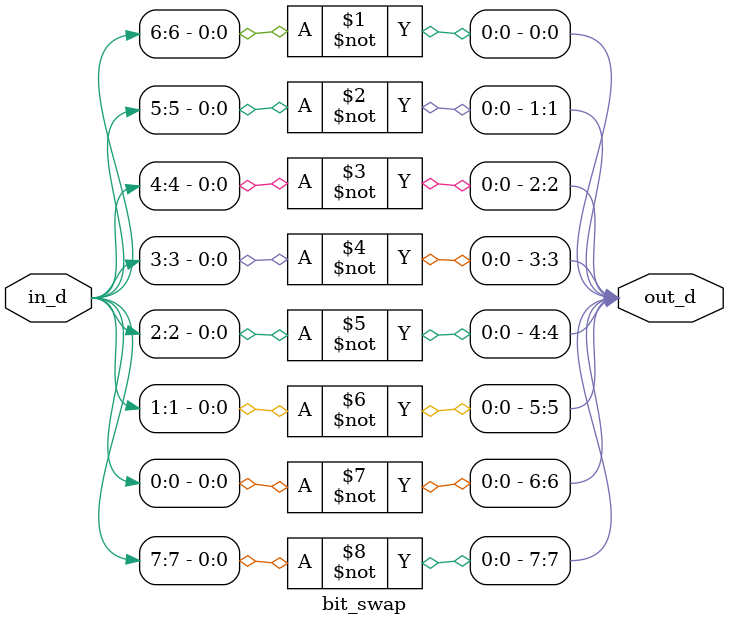
<source format=v>
`timescale 1ns / 1ps 


module bit_swap(
          input [ 7: 0 ] in_d,
          output [ 7: 0 ] out_d
       );

assign out_d[ 0 ] = ~in_d[ 6 ];
assign out_d[ 1 ] = ~in_d[ 5 ];
assign out_d[ 2 ] = ~in_d[ 4 ];
assign out_d[ 3 ] = ~in_d[ 3 ];
assign out_d[ 4 ] = ~in_d[ 2 ];
assign out_d[ 5 ] = ~in_d[ 1 ];
assign out_d[ 6 ] = ~in_d[ 0 ];
assign out_d[ 7 ] = ~in_d[ 7 ];

endmodule

</source>
